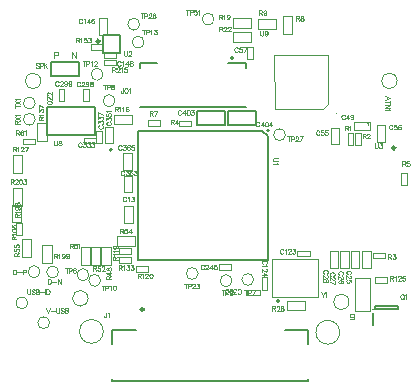
<source format=gbr>
G04*
G04 #@! TF.GenerationSoftware,Altium Limited,Altium Designer,24.6.1 (21)*
G04*
G04 Layer_Color=65535*
%FSLAX44Y44*%
%MOMM*%
G71*
G04*
G04 #@! TF.SameCoordinates,46D9000B-954F-446C-B998-76B77EA3697B*
G04*
G04*
G04 #@! TF.FilePolarity,Positive*
G04*
G01*
G75*
%ADD10C,0.1016*%
%ADD11C,0.2000*%
%ADD12C,0.2500*%
%ADD13C,0.1270*%
%ADD14C,0.0254*%
%ADD15C,0.0508*%
%ADD16C,0.0600*%
%ADD17C,0.1500*%
%ADD18C,0.1000*%
%ADD19C,0.0400*%
%ADD20C,0.0800*%
D10*
X89338Y189992D02*
G03*
X89338Y189992I-5010J0D01*
G01*
X113976Y239522D02*
G03*
X113976Y239522I-5010J0D01*
G01*
X110166Y254762D02*
G03*
X110166Y254762I-5010J0D01*
G01*
X173158Y259080D02*
G03*
X173158Y259080I-5010J0D01*
G01*
X233610Y161290D02*
G03*
X233610Y161290I-5010J0D01*
G01*
X206686Y38608D02*
G03*
X206686Y38608I-5010J0D01*
G01*
X188398Y37592D02*
G03*
X188398Y37592I-5010J0D01*
G01*
X41586Y44958D02*
G03*
X41586Y44958I-5010J0D01*
G01*
X33966Y2032D02*
G03*
X33966Y2032I-5010J0D01*
G01*
X15424Y18796D02*
G03*
X15424Y18796I-5010J0D01*
G01*
X25838Y45212D02*
G03*
X25838Y45212I-5010J0D01*
G01*
X67240Y42672D02*
G03*
X67240Y42672I-5010J0D01*
G01*
X77146Y37846D02*
G03*
X77146Y37846I-5010J0D01*
G01*
X79178Y212344D02*
G03*
X79178Y212344I-5010J0D01*
G01*
X159696Y43688D02*
G03*
X159696Y43688I-5010J0D01*
G01*
X21774Y187960D02*
G03*
X21774Y187960I-5010J0D01*
G01*
Y174244D02*
G03*
X21774Y174244I-5010J0D01*
G01*
X224589Y183266D02*
X226818D01*
D11*
X228308Y20378D02*
G03*
X228308Y20378I-1000J0D01*
G01*
X86594Y148482D02*
G03*
X86594Y148482I-1000J0D01*
G01*
X189384Y226266D02*
G03*
X189384Y226266I-1000J0D01*
G01*
X219670Y164742D02*
G03*
X219670Y164742I-1000J0D01*
G01*
X303784Y169564D02*
G03*
X303784Y170564I0J500D01*
G01*
D02*
G03*
X303784Y169564I0J-500D01*
G01*
D02*
G03*
X303784Y170564I0J500D01*
G01*
X78892Y245720D02*
X93892D01*
Y230720D02*
Y245720D01*
X78892Y230720D02*
X93892D01*
X78892D02*
Y245720D01*
X307528Y486D02*
Y10486D01*
X309278Y13986D02*
X329278D01*
Y15986D01*
X309278D02*
X329278D01*
X309278Y13986D02*
Y15986D01*
X86966Y-47738D02*
Y-45738D01*
Y-15738D02*
Y-3738D01*
X106966D01*
X252965Y-15738D02*
Y-3738D01*
X86965Y-47738D02*
X252966D01*
X232966Y-3738D02*
X252965D01*
Y-47738D02*
Y-45738D01*
X213670Y164742D02*
X218670Y159742D01*
X108670Y164742D02*
X213670D01*
X108670Y54742D02*
Y164742D01*
Y54742D02*
X218670D01*
Y159742D01*
D12*
X76142Y240470D02*
G03*
X76142Y240470I-1250J0D01*
G01*
X113716Y13262D02*
G03*
X113716Y13262I-1250J0D01*
G01*
X326694Y150050D02*
G03*
X326694Y150050I-1250J0D01*
G01*
D13*
X307908Y13462D02*
G03*
X307908Y13462I-568J0D01*
G01*
X185074Y221766D02*
X200074D01*
Y217266D02*
Y221766D01*
X110074D02*
X125074D01*
X110074Y217266D02*
Y221766D01*
Y184766D02*
X200074D01*
D14*
X287491Y19628D02*
G03*
X287491Y19628I-6604J0D01*
G01*
X66511Y22676D02*
G03*
X66511Y22676I-6604J0D01*
G01*
X328182Y206745D02*
G03*
X328182Y206745I-6604J0D01*
G01*
X26416Y206756D02*
G03*
X26416Y206756I-6604J0D01*
G01*
D15*
X79390Y-5334D02*
G03*
X79390Y-5334I-10048J0D01*
G01*
X279542Y-6096D02*
G03*
X279542Y-6096I-10048J0D01*
G01*
D16*
X46342Y189618D02*
Y200018D01*
X41542Y189618D02*
X46342D01*
X41542D02*
Y200018D01*
X46342D01*
X67170Y189364D02*
Y199764D01*
X62370Y189364D02*
X67170D01*
X62370D02*
Y199764D01*
X67170D01*
X78346Y154312D02*
Y164712D01*
X73546Y154312D02*
X78346D01*
X73546D02*
Y164712D01*
X78346D01*
X62872Y158610D02*
X73272D01*
Y153810D02*
Y158610D01*
X62872Y153810D02*
X73272D01*
X62872D02*
Y158610D01*
X79922Y226168D02*
X90322D01*
X79922D02*
Y230968D01*
X90322D01*
Y226168D02*
Y230968D01*
X201308Y235324D02*
X206108D01*
X201308Y224924D02*
Y235324D01*
Y224924D02*
X206108D01*
Y235324D01*
X243720Y63106D02*
X254120D01*
Y58306D02*
Y63106D01*
X243720Y58306D02*
X254120D01*
X243720D02*
Y63106D01*
X213500Y30106D02*
Y40506D01*
X218300D01*
Y30106D02*
Y40506D01*
X213500Y30106D02*
X218300D01*
X201302Y25286D02*
X211702D01*
X201302D02*
Y30086D01*
X211702D01*
Y25286D02*
Y30086D01*
X177426Y46876D02*
X187826D01*
X177426D02*
Y51676D01*
X187826D01*
Y46876D02*
Y51676D01*
D17*
X34840Y211170D02*
Y223170D01*
X58840D01*
Y211170D02*
Y223170D01*
X34840Y211170D02*
X58840D01*
X158434Y169514D02*
X182434D01*
Y181514D01*
X158434D02*
X182434D01*
X158434Y169514D02*
Y181514D01*
X184850D02*
X208850D01*
X184850Y169514D02*
Y181514D01*
Y169514D02*
X208850D01*
Y181514D01*
X72724Y160666D02*
Y184266D01*
X32124Y160666D02*
X72724D01*
X32124D02*
Y184266D01*
X72724D01*
D18*
X222008Y56078D02*
X261608D01*
Y23478D02*
Y56078D01*
X222008Y23478D02*
X261608D01*
X222008D02*
Y56078D01*
X88666Y178244D02*
X103866D01*
Y170244D02*
Y178244D01*
X88666Y170244D02*
Y178244D01*
Y170244D02*
X103866D01*
X23686Y155722D02*
Y170922D01*
X31686D01*
X23686Y155722D02*
X31686D01*
Y170922D01*
X10858Y128544D02*
Y143744D01*
X2858Y128544D02*
X10858D01*
X2858Y143744D02*
X10858D01*
X2858Y128544D02*
Y143744D01*
X90952Y75120D02*
X106152D01*
Y67120D02*
Y75120D01*
X90952Y67120D02*
Y75120D01*
Y67120D02*
X106152D01*
X18478Y57678D02*
Y72878D01*
X10478Y57678D02*
X18478D01*
X10478Y72878D02*
X18478D01*
X10478Y57678D02*
Y72878D01*
X239204Y246400D02*
Y261600D01*
X231204Y246400D02*
X239204D01*
X231204Y261600D02*
X239204D01*
X231204Y246400D02*
Y261600D01*
X210586Y259016D02*
X225786D01*
Y251016D02*
Y259016D01*
X210586Y251016D02*
Y259016D01*
Y251016D02*
X225786D01*
X188996Y239840D02*
X204196D01*
X188996D02*
Y247840D01*
X204196Y239840D02*
Y247840D01*
X188996D02*
X204196D01*
X235224Y20764D02*
X250424D01*
Y12764D02*
Y20764D01*
X235224Y12764D02*
Y20764D01*
Y12764D02*
X250424D01*
X76644Y50820D02*
Y66020D01*
X68644Y50820D02*
X76644D01*
X68644Y66020D02*
X76644D01*
X68644Y50820D02*
Y66020D01*
X68516Y50820D02*
Y66020D01*
X60516Y50820D02*
X68516D01*
X60516Y66020D02*
X68516D01*
X60516Y50820D02*
Y66020D01*
X35750Y52344D02*
Y67544D01*
X27750Y52344D02*
X35750D01*
X27750Y67544D02*
X35750D01*
X27750Y52344D02*
Y67544D01*
X2858Y100858D02*
Y116058D01*
X10858D01*
X2858Y100858D02*
X10858D01*
Y116058D01*
X1842Y86888D02*
Y102088D01*
X9842D01*
X1842Y86888D02*
X9842D01*
Y102088D01*
X85534Y50820D02*
Y66020D01*
X77534Y50820D02*
X85534D01*
X77534Y66020D02*
X85534D01*
X77534Y50820D02*
Y66020D01*
X269354Y228346D02*
X269425Y187452D01*
X224267Y228347D02*
X224467Y183388D01*
X224267Y228347D02*
X269425Y228346D01*
X226818Y183266D02*
X265107Y183134D01*
X269359Y187386D01*
X292608Y12192D02*
Y40132D01*
Y12192D02*
X305308D01*
Y40132D01*
X292608D02*
X305308D01*
X189250Y251778D02*
X204450D01*
X189250D02*
Y259778D01*
X204450Y251778D02*
Y259778D01*
X189250D02*
X204450D01*
X52944Y231297D02*
Y226298D01*
Y231297D02*
X56276Y226298D01*
Y231297D02*
Y226298D01*
X37958Y228424D02*
X40100D01*
X40814Y228662D01*
X41052Y228901D01*
X41290Y229377D01*
Y230091D01*
X41052Y230567D01*
X40814Y230805D01*
X40100Y231043D01*
X37958D01*
Y226044D01*
X276616Y179467D02*
X276807Y179658D01*
X276616Y179848D01*
X276426Y179658D01*
X276616Y179467D01*
X24950Y221138D02*
X24569Y221519D01*
X23998Y221710D01*
X23236D01*
X22665Y221519D01*
X22284Y221138D01*
Y220757D01*
X22474Y220376D01*
X22665Y220186D01*
X23046Y219996D01*
X24188Y219615D01*
X24569Y219424D01*
X24760Y219234D01*
X24950Y218853D01*
Y218282D01*
X24569Y217901D01*
X23998Y217710D01*
X23236D01*
X22665Y217901D01*
X22284Y218282D01*
X25845Y219615D02*
X27559D01*
X28130Y219805D01*
X28321Y219996D01*
X28511Y220376D01*
Y220948D01*
X28321Y221329D01*
X28130Y221519D01*
X27559Y221710D01*
X25845D01*
Y217710D01*
X29406Y221710D02*
Y217710D01*
X32072Y221710D02*
X29406Y219044D01*
X30358Y219996D02*
X32072Y217710D01*
X82004Y10636D02*
Y7589D01*
X81813Y7017D01*
X81623Y6827D01*
X81242Y6636D01*
X80861D01*
X80480Y6827D01*
X80290Y7017D01*
X80100Y7589D01*
Y7969D01*
X83032Y9874D02*
X83413Y10064D01*
X83984Y10636D01*
Y6636D01*
X96858Y231870D02*
Y229013D01*
X97048Y228442D01*
X97429Y228061D01*
X98000Y227870D01*
X98381D01*
X98953Y228061D01*
X99333Y228442D01*
X99524Y229013D01*
Y231870D01*
X100819Y230917D02*
Y231108D01*
X101009Y231489D01*
X101200Y231679D01*
X101580Y231870D01*
X102342D01*
X102723Y231679D01*
X102914Y231489D01*
X103104Y231108D01*
Y230727D01*
X102914Y230346D01*
X102533Y229775D01*
X100628Y227870D01*
X103294D01*
X332178Y26066D02*
X331798Y25876D01*
X331417Y25495D01*
X331226Y25114D01*
X331036Y24543D01*
Y23590D01*
X331226Y23019D01*
X331417Y22638D01*
X331798Y22257D01*
X332178Y22067D01*
X332940D01*
X333321Y22257D01*
X333702Y22638D01*
X333892Y23019D01*
X334083Y23590D01*
Y24543D01*
X333892Y25114D01*
X333702Y25495D01*
X333321Y25876D01*
X332940Y26066D01*
X332178D01*
X332750Y22829D02*
X333892Y21686D01*
X335016Y25304D02*
X335397Y25495D01*
X335968Y26066D01*
Y22067D01*
X150665Y266922D02*
Y262922D01*
X149332Y266922D02*
X151998D01*
X152474Y264827D02*
X154188D01*
X154759Y265017D01*
X154950Y265208D01*
X155140Y265588D01*
Y266160D01*
X154950Y266541D01*
X154759Y266731D01*
X154188Y266922D01*
X152474D01*
Y262922D01*
X158320Y266922D02*
X156416D01*
X156225Y265208D01*
X156416Y265398D01*
X156987Y265588D01*
X157558D01*
X158130Y265398D01*
X158511Y265017D01*
X158701Y264446D01*
Y264065D01*
X158511Y263494D01*
X158130Y263113D01*
X157558Y262922D01*
X156987D01*
X156416Y263113D01*
X156225Y263303D01*
X156035Y263684D01*
X159596Y266160D02*
X159977Y266350D01*
X160548Y266922D01*
Y262922D01*
X236676Y159734D02*
Y155734D01*
X235343Y159734D02*
X238009D01*
X238485Y157639D02*
X240199D01*
X240770Y157829D01*
X240961Y158020D01*
X241151Y158400D01*
Y158972D01*
X240961Y159353D01*
X240770Y159543D01*
X240199Y159734D01*
X238485D01*
Y155734D01*
X242236Y158781D02*
Y158972D01*
X242427Y159353D01*
X242617Y159543D01*
X242998Y159734D01*
X243760D01*
X244141Y159543D01*
X244331Y159353D01*
X244522Y158972D01*
Y158591D01*
X244331Y158210D01*
X243950Y157639D01*
X242046Y155734D01*
X244712D01*
X248273Y159734D02*
X246369Y155734D01*
X245607Y159734D02*
X248273D01*
X112311Y263874D02*
Y259874D01*
X110978Y263874D02*
X113644D01*
X114120Y261779D02*
X115834D01*
X116405Y261969D01*
X116596Y262160D01*
X116786Y262540D01*
Y263112D01*
X116596Y263493D01*
X116405Y263683D01*
X115834Y263874D01*
X114120D01*
Y259874D01*
X117872Y262921D02*
Y263112D01*
X118062Y263493D01*
X118253Y263683D01*
X118633Y263874D01*
X119395D01*
X119776Y263683D01*
X119966Y263493D01*
X120157Y263112D01*
Y262731D01*
X119966Y262350D01*
X119586Y261779D01*
X117681Y259874D01*
X120347D01*
X123528Y263302D02*
X123337Y263683D01*
X122766Y263874D01*
X122385D01*
X121814Y263683D01*
X121433Y263112D01*
X121242Y262160D01*
Y261208D01*
X121433Y260446D01*
X121814Y260065D01*
X122385Y259874D01*
X122575D01*
X123147Y260065D01*
X123528Y260446D01*
X123718Y261017D01*
Y261208D01*
X123528Y261779D01*
X123147Y262160D01*
X122575Y262350D01*
X122385D01*
X121814Y262160D01*
X121433Y261779D01*
X121242Y261208D01*
X149046Y35020D02*
Y31020D01*
X147713Y35020D02*
X150379D01*
X150855Y32925D02*
X152569D01*
X153140Y33115D01*
X153331Y33306D01*
X153521Y33686D01*
Y34258D01*
X153331Y34639D01*
X153140Y34829D01*
X152569Y35020D01*
X150855D01*
Y31020D01*
X154607Y34067D02*
Y34258D01*
X154797Y34639D01*
X154987Y34829D01*
X155368Y35020D01*
X156130D01*
X156511Y34829D01*
X156701Y34639D01*
X156892Y34258D01*
Y33877D01*
X156701Y33496D01*
X156320Y32925D01*
X154416Y31020D01*
X157082D01*
X158358Y35020D02*
X160453D01*
X159310Y33496D01*
X159881D01*
X160262Y33306D01*
X160453Y33115D01*
X160643Y32544D01*
Y32163D01*
X160453Y31592D01*
X160072Y31211D01*
X159501Y31020D01*
X158929D01*
X158358Y31211D01*
X158168Y31401D01*
X157977Y31782D01*
X113800Y250158D02*
Y246158D01*
X112467Y250158D02*
X115133D01*
X115609Y248063D02*
X117323D01*
X117894Y248253D01*
X118085Y248444D01*
X118275Y248825D01*
Y249396D01*
X118085Y249777D01*
X117894Y249967D01*
X117323Y250158D01*
X115609D01*
Y246158D01*
X119170Y249396D02*
X119551Y249586D01*
X120122Y250158D01*
Y246158D01*
X122484Y250158D02*
X124579D01*
X123436Y248634D01*
X124007D01*
X124388Y248444D01*
X124579Y248253D01*
X124769Y247682D01*
Y247301D01*
X124579Y246730D01*
X124198Y246349D01*
X123626Y246158D01*
X123055D01*
X122484Y246349D01*
X122293Y246539D01*
X122103Y246920D01*
X63254Y223488D02*
Y219488D01*
X61921Y223488D02*
X64587D01*
X65063Y221393D02*
X66777D01*
X67348Y221583D01*
X67539Y221774D01*
X67729Y222155D01*
Y222726D01*
X67539Y223107D01*
X67348Y223297D01*
X66777Y223488D01*
X65063D01*
Y219488D01*
X68624Y222726D02*
X69005Y222916D01*
X69576Y223488D01*
Y219488D01*
X71747Y222535D02*
Y222726D01*
X71938Y223107D01*
X72128Y223297D01*
X72509Y223488D01*
X73271D01*
X73652Y223297D01*
X73842Y223107D01*
X74033Y222726D01*
Y222345D01*
X73842Y221964D01*
X73461Y221393D01*
X71557Y219488D01*
X74223D01*
X79256Y33496D02*
Y29496D01*
X77923Y33496D02*
X80589D01*
X81065Y31401D02*
X82779D01*
X83350Y31591D01*
X83541Y31782D01*
X83731Y32162D01*
Y32734D01*
X83541Y33115D01*
X83350Y33305D01*
X82779Y33496D01*
X81065D01*
Y29496D01*
X84626Y32734D02*
X85007Y32924D01*
X85578Y33496D01*
Y29496D01*
X88702Y33496D02*
X88130Y33305D01*
X87749Y32734D01*
X87559Y31782D01*
Y31210D01*
X87749Y30258D01*
X88130Y29687D01*
X88702Y29496D01*
X89082D01*
X89654Y29687D01*
X90035Y30258D01*
X90225Y31210D01*
Y31782D01*
X90035Y32734D01*
X89654Y33305D01*
X89082Y33496D01*
X88702D01*
X180894Y29686D02*
Y25686D01*
X179561Y29686D02*
X182227D01*
X182703Y27591D02*
X184417D01*
X184988Y27781D01*
X185178Y27972D01*
X185369Y28352D01*
Y28924D01*
X185178Y29305D01*
X184988Y29495D01*
X184417Y29686D01*
X182703D01*
Y25686D01*
X188739Y28352D02*
X188549Y27781D01*
X188168Y27400D01*
X187597Y27210D01*
X187407D01*
X186835Y27400D01*
X186454Y27781D01*
X186264Y28352D01*
Y28543D01*
X186454Y29114D01*
X186835Y29495D01*
X187407Y29686D01*
X187597D01*
X188168Y29495D01*
X188549Y29114D01*
X188739Y28352D01*
Y27400D01*
X188549Y26448D01*
X188168Y25877D01*
X187597Y25686D01*
X187216D01*
X186645Y25877D01*
X186454Y26258D01*
X80468Y203676D02*
Y199676D01*
X79135Y203676D02*
X81801D01*
X82277Y201581D02*
X83991D01*
X84563Y201771D01*
X84753Y201962D01*
X84944Y202342D01*
Y202914D01*
X84753Y203295D01*
X84563Y203485D01*
X83991Y203676D01*
X82277D01*
Y199676D01*
X86791Y203676D02*
X86220Y203485D01*
X86029Y203104D01*
Y202723D01*
X86220Y202342D01*
X86600Y202152D01*
X87362Y201962D01*
X87933Y201771D01*
X88314Y201390D01*
X88505Y201010D01*
Y200438D01*
X88314Y200057D01*
X88124Y199867D01*
X87552Y199676D01*
X86791D01*
X86220Y199867D01*
X86029Y200057D01*
X85839Y200438D01*
Y201010D01*
X86029Y201390D01*
X86410Y201771D01*
X86981Y201962D01*
X87743Y202152D01*
X88124Y202342D01*
X88314Y202723D01*
Y203104D01*
X88124Y203485D01*
X87552Y203676D01*
X86791D01*
X200102Y29686D02*
Y25686D01*
X198769Y29686D02*
X201435D01*
X201912Y27591D02*
X203625D01*
X204197Y27781D01*
X204387Y27972D01*
X204578Y28352D01*
Y28924D01*
X204387Y29305D01*
X204197Y29495D01*
X203625Y29686D01*
X201912D01*
Y25686D01*
X208139Y29686D02*
X206234Y25686D01*
X205473Y29686D02*
X208139D01*
X48306Y48228D02*
Y44228D01*
X46972Y48228D02*
X49639D01*
X50115Y46133D02*
X51829D01*
X52400Y46323D01*
X52590Y46514D01*
X52781Y46894D01*
Y47466D01*
X52590Y47847D01*
X52400Y48037D01*
X51829Y48228D01*
X50115D01*
Y44228D01*
X55961Y47656D02*
X55771Y48037D01*
X55199Y48228D01*
X54819D01*
X54247Y48037D01*
X53866Y47466D01*
X53676Y46514D01*
Y45561D01*
X53866Y44800D01*
X54247Y44419D01*
X54819Y44228D01*
X55009D01*
X55580Y44419D01*
X55961Y44800D01*
X56151Y45371D01*
Y45561D01*
X55961Y46133D01*
X55580Y46514D01*
X55009Y46704D01*
X54819D01*
X54247Y46514D01*
X53866Y46133D01*
X53676Y45561D01*
X945Y123412D02*
Y119412D01*
Y123412D02*
X2659D01*
X3230Y123221D01*
X3421Y123031D01*
X3611Y122650D01*
Y122269D01*
X3421Y121888D01*
X3230Y121698D01*
X2659Y121507D01*
X945D01*
X2278D02*
X3611Y119412D01*
X4697Y122459D02*
Y122650D01*
X4887Y123031D01*
X5078Y123221D01*
X5459Y123412D01*
X6220D01*
X6601Y123221D01*
X6792Y123031D01*
X6982Y122650D01*
Y122269D01*
X6792Y121888D01*
X6411Y121317D01*
X4506Y119412D01*
X7172D01*
X9210Y123412D02*
X8639Y123221D01*
X8258Y122650D01*
X8067Y121698D01*
Y121126D01*
X8258Y120174D01*
X8639Y119603D01*
X9210Y119412D01*
X9591D01*
X10162Y119603D01*
X10543Y120174D01*
X10734Y121126D01*
Y121698D01*
X10543Y122650D01*
X10162Y123221D01*
X9591Y123412D01*
X9210D01*
X12010D02*
X14104D01*
X12962Y121888D01*
X13533D01*
X13914Y121698D01*
X14104Y121507D01*
X14295Y120936D01*
Y120555D01*
X14104Y119984D01*
X13723Y119603D01*
X13152Y119412D01*
X12581D01*
X12010Y119603D01*
X11819Y119793D01*
X11629Y120174D01*
X37677Y60420D02*
Y56420D01*
Y60420D02*
X39391D01*
X39962Y60229D01*
X40152Y60039D01*
X40343Y59658D01*
Y59277D01*
X40152Y58896D01*
X39962Y58706D01*
X39391Y58515D01*
X37677D01*
X39010D02*
X40343Y56420D01*
X41238Y59658D02*
X41619Y59848D01*
X42190Y60420D01*
Y56420D01*
X46646Y59086D02*
X46456Y58515D01*
X46075Y58134D01*
X45504Y57944D01*
X45313D01*
X44742Y58134D01*
X44361Y58515D01*
X44170Y59086D01*
Y59277D01*
X44361Y59848D01*
X44742Y60229D01*
X45313Y60420D01*
X45504D01*
X46075Y60229D01*
X46456Y59848D01*
X46646Y59086D01*
Y58134D01*
X46456Y57182D01*
X46075Y56611D01*
X45504Y56420D01*
X45123D01*
X44551Y56611D01*
X44361Y56992D01*
X50207Y59086D02*
X50017Y58515D01*
X49636Y58134D01*
X49065Y57944D01*
X48874D01*
X48303Y58134D01*
X47922Y58515D01*
X47732Y59086D01*
Y59277D01*
X47922Y59848D01*
X48303Y60229D01*
X48874Y60420D01*
X49065D01*
X49636Y60229D01*
X50017Y59848D01*
X50207Y59086D01*
Y58134D01*
X50017Y57182D01*
X49636Y56611D01*
X49065Y56420D01*
X48684D01*
X48113Y56611D01*
X47922Y56992D01*
X4604Y91175D02*
X8604D01*
X4604D02*
Y92889D01*
X4795Y93461D01*
X4985Y93651D01*
X5366Y93841D01*
X5747D01*
X6128Y93651D01*
X6318Y93461D01*
X6509Y92889D01*
Y91175D01*
Y92508D02*
X8604Y93841D01*
X5366Y94737D02*
X5176Y95118D01*
X4604Y95689D01*
X8604D01*
X5938Y100145D02*
X6509Y99955D01*
X6890Y99574D01*
X7080Y99002D01*
Y98812D01*
X6890Y98241D01*
X6509Y97860D01*
X5938Y97669D01*
X5747D01*
X5176Y97860D01*
X4795Y98241D01*
X4604Y98812D01*
Y99002D01*
X4795Y99574D01*
X5176Y99955D01*
X5938Y100145D01*
X6890D01*
X7842Y99955D01*
X8413Y99574D01*
X8604Y99002D01*
Y98622D01*
X8413Y98050D01*
X8032Y97860D01*
X4604Y102183D02*
X4795Y101611D01*
X5176Y101421D01*
X5557D01*
X5938Y101611D01*
X6128Y101992D01*
X6318Y102754D01*
X6509Y103325D01*
X6890Y103706D01*
X7271Y103897D01*
X7842D01*
X8223Y103706D01*
X8413Y103516D01*
X8604Y102944D01*
Y102183D01*
X8413Y101611D01*
X8223Y101421D01*
X7842Y101230D01*
X7271D01*
X6890Y101421D01*
X6509Y101802D01*
X6318Y102373D01*
X6128Y103135D01*
X5938Y103516D01*
X5557Y103706D01*
X5176D01*
X4795Y103516D01*
X4604Y102944D01*
Y102183D01*
X24670Y173725D02*
X28670D01*
X24670D02*
Y175439D01*
X24861Y176011D01*
X25051Y176201D01*
X25432Y176392D01*
X25813D01*
X26194Y176201D01*
X26384Y176011D01*
X26575Y175439D01*
Y173725D01*
Y175058D02*
X28670Y176392D01*
X25432Y177287D02*
X25242Y177668D01*
X24670Y178239D01*
X28670D01*
X24670Y180600D02*
Y182695D01*
X26194Y181552D01*
Y182124D01*
X26384Y182505D01*
X26575Y182695D01*
X27146Y182885D01*
X27527D01*
X28098Y182695D01*
X28479Y182314D01*
X28670Y181743D01*
Y181171D01*
X28479Y180600D01*
X28289Y180410D01*
X27908Y180219D01*
X24670Y186446D02*
X28670Y184542D01*
X24670Y183780D02*
Y186446D01*
X3038Y151098D02*
Y147098D01*
Y151098D02*
X4751D01*
X5323Y150907D01*
X5513Y150717D01*
X5704Y150336D01*
Y149955D01*
X5513Y149574D01*
X5323Y149384D01*
X4751Y149193D01*
X3038D01*
X4371D02*
X5704Y147098D01*
X6599Y150336D02*
X6980Y150526D01*
X7551Y151098D01*
Y147098D01*
X9722Y150145D02*
Y150336D01*
X9912Y150717D01*
X10103Y150907D01*
X10483Y151098D01*
X11245D01*
X11626Y150907D01*
X11817Y150717D01*
X12007Y150336D01*
Y149955D01*
X11817Y149574D01*
X11436Y149003D01*
X9531Y147098D01*
X12197D01*
X15759Y151098D02*
X13854Y147098D01*
X13092Y151098D02*
X15759D01*
X4096Y58606D02*
X8095D01*
X4096D02*
Y60320D01*
X4287Y60891D01*
X4477Y61082D01*
X4858Y61272D01*
X5239D01*
X5620Y61082D01*
X5810Y60891D01*
X6001Y60320D01*
Y58606D01*
Y59939D02*
X8095Y61272D01*
X4096Y64452D02*
Y62548D01*
X5810Y62357D01*
X5620Y62548D01*
X5429Y63119D01*
Y63690D01*
X5620Y64262D01*
X6001Y64643D01*
X6572Y64833D01*
X6953D01*
X7524Y64643D01*
X7905Y64262D01*
X8095Y63690D01*
Y63119D01*
X7905Y62548D01*
X7715Y62357D01*
X7334Y62167D01*
X4096Y68013D02*
Y66109D01*
X5810Y65918D01*
X5620Y66109D01*
X5429Y66680D01*
Y67252D01*
X5620Y67823D01*
X6001Y68204D01*
X6572Y68394D01*
X6953D01*
X7524Y68204D01*
X7905Y67823D01*
X8095Y67252D01*
Y66680D01*
X7905Y66109D01*
X7715Y65918D01*
X7334Y65728D01*
X93563Y81756D02*
Y77756D01*
Y81756D02*
X95276D01*
X95848Y81565D01*
X96038Y81375D01*
X96229Y80994D01*
Y80613D01*
X96038Y80232D01*
X95848Y80042D01*
X95276Y79851D01*
X93563D01*
X94896D02*
X96229Y77756D01*
X99409Y81756D02*
X97505D01*
X97314Y80042D01*
X97505Y80232D01*
X98076Y80422D01*
X98647D01*
X99219Y80232D01*
X99599Y79851D01*
X99790Y79280D01*
Y78899D01*
X99599Y78328D01*
X99219Y77947D01*
X98647Y77756D01*
X98076D01*
X97505Y77947D01*
X97314Y78137D01*
X97124Y78518D01*
X102589Y81756D02*
X100685Y79089D01*
X103541D01*
X102589Y81756D02*
Y77756D01*
X70798Y50006D02*
Y46006D01*
Y50006D02*
X72512D01*
X73083Y49815D01*
X73274Y49625D01*
X73464Y49244D01*
Y48863D01*
X73274Y48482D01*
X73083Y48292D01*
X72512Y48101D01*
X70798D01*
X72131D02*
X73464Y46006D01*
X76644Y50006D02*
X74740D01*
X74549Y48292D01*
X74740Y48482D01*
X75311Y48672D01*
X75882D01*
X76454Y48482D01*
X76835Y48101D01*
X77025Y47530D01*
Y47149D01*
X76835Y46578D01*
X76454Y46197D01*
X75882Y46006D01*
X75311D01*
X74740Y46197D01*
X74549Y46387D01*
X74359Y46768D01*
X78110Y49053D02*
Y49244D01*
X78301Y49625D01*
X78491Y49815D01*
X78872Y50006D01*
X79634D01*
X80015Y49815D01*
X80205Y49625D01*
X80396Y49244D01*
Y48863D01*
X80205Y48482D01*
X79824Y47911D01*
X77920Y46006D01*
X80586D01*
X51081Y69056D02*
Y65056D01*
Y69056D02*
X52795D01*
X53366Y68865D01*
X53556Y68675D01*
X53747Y68294D01*
Y67913D01*
X53556Y67532D01*
X53366Y67342D01*
X52795Y67151D01*
X51081D01*
X52414D02*
X53747Y65056D01*
X56927Y69056D02*
X55023D01*
X54832Y67342D01*
X55023Y67532D01*
X55594Y67723D01*
X56165D01*
X56737Y67532D01*
X57118Y67151D01*
X57308Y66580D01*
Y66199D01*
X57118Y65628D01*
X56737Y65247D01*
X56165Y65056D01*
X55594D01*
X55023Y65247D01*
X54832Y65437D01*
X54642Y65818D01*
X58203Y68294D02*
X58584Y68484D01*
X59155Y69056D01*
Y65056D01*
X82074Y39048D02*
X86074D01*
X82074D02*
Y40762D01*
X82265Y41333D01*
X82455Y41523D01*
X82836Y41714D01*
X83217D01*
X83598Y41523D01*
X83788Y41333D01*
X83979Y40762D01*
Y39048D01*
Y40381D02*
X86074Y41714D01*
X82074Y44513D02*
X84740Y42609D01*
Y45465D01*
X82074Y44513D02*
X86074D01*
X82074Y47122D02*
X82265Y46551D01*
X82646Y46361D01*
X83027D01*
X83407Y46551D01*
X83598Y46932D01*
X83788Y47694D01*
X83979Y48265D01*
X84360Y48646D01*
X84740Y48836D01*
X85312D01*
X85693Y48646D01*
X85883Y48455D01*
X86074Y47884D01*
Y47122D01*
X85883Y46551D01*
X85693Y46361D01*
X85312Y46170D01*
X84740D01*
X84360Y46361D01*
X83979Y46741D01*
X83788Y47313D01*
X83598Y48074D01*
X83407Y48455D01*
X83027Y48646D01*
X82646D01*
X82265Y48455D01*
X82074Y47884D01*
Y47122D01*
X222531Y15970D02*
Y11970D01*
Y15970D02*
X224245D01*
X224816Y15779D01*
X225007Y15589D01*
X225197Y15208D01*
Y14827D01*
X225007Y14446D01*
X224816Y14256D01*
X224245Y14065D01*
X222531D01*
X223864D02*
X225197Y11970D01*
X226283Y15017D02*
Y15208D01*
X226473Y15589D01*
X226663Y15779D01*
X227044Y15970D01*
X227806D01*
X228187Y15779D01*
X228377Y15589D01*
X228568Y15208D01*
Y14827D01*
X228377Y14446D01*
X227997Y13875D01*
X226092Y11970D01*
X228758D01*
X231938Y15398D02*
X231748Y15779D01*
X231177Y15970D01*
X230796D01*
X230225Y15779D01*
X229844Y15208D01*
X229653Y14256D01*
Y13304D01*
X229844Y12542D01*
X230225Y12161D01*
X230796Y11970D01*
X230986D01*
X231558Y12161D01*
X231938Y12542D01*
X232129Y13113D01*
Y13304D01*
X231938Y13875D01*
X231558Y14256D01*
X230986Y14446D01*
X230796D01*
X230225Y14256D01*
X229844Y13875D01*
X229653Y13304D01*
X98905Y107727D02*
X98715Y108108D01*
X98334Y108489D01*
X97953Y108680D01*
X97191D01*
X96810Y108489D01*
X96429Y108108D01*
X96239Y107727D01*
X96049Y107156D01*
Y106204D01*
X96239Y105633D01*
X96429Y105252D01*
X96810Y104871D01*
X97191Y104680D01*
X97953D01*
X98334Y104871D01*
X98715Y105252D01*
X98905Y105633D01*
X100029Y107918D02*
X100409Y108108D01*
X100981Y108680D01*
Y104680D01*
X103342Y108680D02*
X105437D01*
X104294Y107156D01*
X104866D01*
X105247Y106966D01*
X105437Y106775D01*
X105627Y106204D01*
Y105823D01*
X105437Y105252D01*
X105056Y104871D01*
X104485Y104680D01*
X103913D01*
X103342Y104871D01*
X103152Y105061D01*
X102961Y105442D01*
X283852Y177323D02*
X283662Y177704D01*
X283281Y178085D01*
X282900Y178276D01*
X282138D01*
X281757Y178085D01*
X281376Y177704D01*
X281186Y177323D01*
X280996Y176752D01*
Y175800D01*
X281186Y175229D01*
X281376Y174848D01*
X281757Y174467D01*
X282138Y174276D01*
X282900D01*
X283281Y174467D01*
X283662Y174848D01*
X283852Y175229D01*
X286880Y178276D02*
X284976Y175609D01*
X287832D01*
X286880Y178276D02*
Y174276D01*
X291012Y176943D02*
X290822Y176371D01*
X290441Y175990D01*
X289870Y175800D01*
X289679D01*
X289108Y175990D01*
X288727Y176371D01*
X288537Y176943D01*
Y177133D01*
X288727Y177704D01*
X289108Y178085D01*
X289679Y178276D01*
X289870D01*
X290441Y178085D01*
X290822Y177704D01*
X291012Y176943D01*
Y175990D01*
X290822Y175038D01*
X290441Y174467D01*
X289870Y174276D01*
X289489D01*
X288918Y174467D01*
X288727Y174848D01*
X262421Y163861D02*
X262230Y164242D01*
X261850Y164623D01*
X261469Y164814D01*
X260707D01*
X260326Y164623D01*
X259945Y164242D01*
X259755Y163861D01*
X259564Y163290D01*
Y162338D01*
X259755Y161767D01*
X259945Y161386D01*
X260326Y161005D01*
X260707Y160814D01*
X261469D01*
X261850Y161005D01*
X262230Y161386D01*
X262421Y161767D01*
X265830Y164814D02*
X263925D01*
X263735Y163100D01*
X263925Y163290D01*
X264497Y163480D01*
X265068D01*
X265639Y163290D01*
X266020Y162909D01*
X266210Y162338D01*
Y161957D01*
X266020Y161386D01*
X265639Y161005D01*
X265068Y160814D01*
X264497D01*
X263925Y161005D01*
X263735Y161195D01*
X263545Y161576D01*
X269391Y164814D02*
X267486D01*
X267296Y163100D01*
X267486Y163290D01*
X268058Y163480D01*
X268629D01*
X269200Y163290D01*
X269581Y162909D01*
X269772Y162338D01*
Y161957D01*
X269581Y161386D01*
X269200Y161005D01*
X268629Y160814D01*
X268058D01*
X267486Y161005D01*
X267296Y161195D01*
X267106Y161576D01*
X324238Y168687D02*
X324048Y169068D01*
X323667Y169449D01*
X323286Y169640D01*
X322524D01*
X322143Y169449D01*
X321762Y169068D01*
X321572Y168687D01*
X321382Y168116D01*
Y167164D01*
X321572Y166593D01*
X321762Y166212D01*
X322143Y165831D01*
X322524Y165640D01*
X323286D01*
X323667Y165831D01*
X324048Y166212D01*
X324238Y166593D01*
X327647Y169640D02*
X325742D01*
X325552Y167926D01*
X325742Y168116D01*
X326314Y168307D01*
X326885D01*
X327456Y168116D01*
X327837Y167735D01*
X328028Y167164D01*
Y166783D01*
X327837Y166212D01*
X327456Y165831D01*
X326885Y165640D01*
X326314D01*
X325742Y165831D01*
X325552Y166021D01*
X325362Y166402D01*
X331208Y169068D02*
X331018Y169449D01*
X330446Y169640D01*
X330065D01*
X329494Y169449D01*
X329113Y168878D01*
X328923Y167926D01*
Y166973D01*
X329113Y166212D01*
X329494Y165831D01*
X330065Y165640D01*
X330256D01*
X330827Y165831D01*
X331208Y166212D01*
X331398Y166783D01*
Y166973D01*
X331208Y167545D01*
X330827Y167926D01*
X330256Y168116D01*
X330065D01*
X329494Y167926D01*
X329113Y167545D01*
X328923Y166973D01*
X193333Y234219D02*
X193142Y234600D01*
X192762Y234981D01*
X192381Y235172D01*
X191619D01*
X191238Y234981D01*
X190857Y234600D01*
X190667Y234219D01*
X190476Y233648D01*
Y232696D01*
X190667Y232125D01*
X190857Y231744D01*
X191238Y231363D01*
X191619Y231172D01*
X192381D01*
X192762Y231363D01*
X193142Y231744D01*
X193333Y232125D01*
X196742Y235172D02*
X194837D01*
X194647Y233458D01*
X194837Y233648D01*
X195409Y233839D01*
X195980D01*
X196551Y233648D01*
X196932Y233267D01*
X197122Y232696D01*
Y232315D01*
X196932Y231744D01*
X196551Y231363D01*
X195980Y231172D01*
X195409D01*
X194837Y231363D01*
X194647Y231553D01*
X194457Y231934D01*
X200684Y235172D02*
X198779Y231172D01*
X198018Y235172D02*
X200684D01*
X231744Y63531D02*
X231554Y63912D01*
X231173Y64293D01*
X230792Y64484D01*
X230031D01*
X229650Y64293D01*
X229269Y63912D01*
X229078Y63531D01*
X228888Y62960D01*
Y62008D01*
X229078Y61437D01*
X229269Y61056D01*
X229650Y60675D01*
X230031Y60484D01*
X230792D01*
X231173Y60675D01*
X231554Y61056D01*
X231744Y61437D01*
X232868Y63722D02*
X233249Y63912D01*
X233820Y64484D01*
Y60484D01*
X235991Y63531D02*
Y63722D01*
X236182Y64103D01*
X236372Y64293D01*
X236753Y64484D01*
X237515D01*
X237896Y64293D01*
X238086Y64103D01*
X238277Y63722D01*
Y63341D01*
X238086Y62960D01*
X237705Y62389D01*
X235801Y60484D01*
X238467D01*
X239743Y64484D02*
X241838D01*
X240695Y62960D01*
X241266D01*
X241647Y62770D01*
X241838Y62579D01*
X242028Y62008D01*
Y61627D01*
X241838Y61056D01*
X241457Y60675D01*
X240885Y60484D01*
X240314D01*
X239743Y60675D01*
X239552Y60865D01*
X239362Y61246D01*
X216947Y51815D02*
X217328Y52005D01*
X217709Y52386D01*
X217900Y52767D01*
Y53529D01*
X217709Y53909D01*
X217328Y54290D01*
X216947Y54481D01*
X216376Y54671D01*
X215424D01*
X214853Y54481D01*
X214472Y54290D01*
X214091Y53909D01*
X213900Y53529D01*
Y52767D01*
X214091Y52386D01*
X214472Y52005D01*
X214853Y51815D01*
X217138Y50691D02*
X217328Y50310D01*
X217900Y49739D01*
X213900D01*
X216947Y47568D02*
X217138D01*
X217519Y47378D01*
X217709Y47187D01*
X217900Y46806D01*
Y46045D01*
X217709Y45664D01*
X217519Y45473D01*
X217138Y45283D01*
X216757D01*
X216376Y45473D01*
X215805Y45854D01*
X213900Y47758D01*
Y45092D01*
X217900Y42293D02*
X215233Y44197D01*
Y41341D01*
X217900Y42293D02*
X213900D01*
X61660Y258603D02*
X61469Y258984D01*
X61088Y259365D01*
X60708Y259556D01*
X59946D01*
X59565Y259365D01*
X59184Y258984D01*
X58994Y258603D01*
X58803Y258032D01*
Y257080D01*
X58994Y256509D01*
X59184Y256128D01*
X59565Y255747D01*
X59946Y255556D01*
X60708D01*
X61088Y255747D01*
X61469Y256128D01*
X61660Y256509D01*
X62783Y258794D02*
X63164Y258984D01*
X63735Y259556D01*
Y255556D01*
X67620Y259556D02*
X65716Y256889D01*
X68573D01*
X67620Y259556D02*
Y255556D01*
X71562Y258984D02*
X71372Y259365D01*
X70801Y259556D01*
X70420D01*
X69848Y259365D01*
X69468Y258794D01*
X69277Y257842D01*
Y256889D01*
X69468Y256128D01*
X69848Y255747D01*
X70420Y255556D01*
X70610D01*
X71182Y255747D01*
X71562Y256128D01*
X71753Y256699D01*
Y256889D01*
X71562Y257461D01*
X71182Y257842D01*
X70610Y258032D01*
X70420D01*
X69848Y257842D01*
X69468Y257461D01*
X69277Y256889D01*
X94076Y222535D02*
X93886Y222916D01*
X93505Y223297D01*
X93124Y223488D01*
X92363D01*
X91982Y223297D01*
X91601Y222916D01*
X91410Y222535D01*
X91220Y221964D01*
Y221012D01*
X91410Y220441D01*
X91601Y220060D01*
X91982Y219679D01*
X92363Y219488D01*
X93124D01*
X93505Y219679D01*
X93886Y220060D01*
X94076Y220441D01*
X95200Y222726D02*
X95581Y222916D01*
X96152Y223488D01*
Y219488D01*
X100037Y223488D02*
X98133Y220821D01*
X100989D01*
X100037Y223488D02*
Y219488D01*
X102646Y223488D02*
X102075Y223297D01*
X101884Y222916D01*
Y222535D01*
X102075Y222155D01*
X102456Y221964D01*
X103217Y221774D01*
X103789Y221583D01*
X104170Y221202D01*
X104360Y220821D01*
Y220250D01*
X104170Y219869D01*
X103979Y219679D01*
X103408Y219488D01*
X102646D01*
X102075Y219679D01*
X101884Y219869D01*
X101694Y220250D01*
Y220821D01*
X101884Y221202D01*
X102265Y221583D01*
X102837Y221774D01*
X103598Y221964D01*
X103979Y222155D01*
X104170Y222535D01*
Y222916D01*
X103979Y223297D01*
X103408Y223488D01*
X102646D01*
X164628Y50323D02*
X164438Y50704D01*
X164057Y51085D01*
X163676Y51276D01*
X162914D01*
X162533Y51085D01*
X162153Y50704D01*
X161962Y50323D01*
X161772Y49752D01*
Y48800D01*
X161962Y48229D01*
X162153Y47848D01*
X162533Y47467D01*
X162914Y47276D01*
X163676D01*
X164057Y47467D01*
X164438Y47848D01*
X164628Y48229D01*
X165942Y50323D02*
Y50514D01*
X166133Y50895D01*
X166323Y51085D01*
X166704Y51276D01*
X167466D01*
X167847Y51085D01*
X168037Y50895D01*
X168228Y50514D01*
Y50133D01*
X168037Y49752D01*
X167656Y49181D01*
X165752Y47276D01*
X168418D01*
X171217Y51276D02*
X169313Y48609D01*
X172170D01*
X171217Y51276D02*
Y47276D01*
X175159Y51276D02*
X173255D01*
X173065Y49562D01*
X173255Y49752D01*
X173826Y49942D01*
X174398D01*
X174969Y49752D01*
X175350Y49371D01*
X175540Y48800D01*
Y48419D01*
X175350Y47848D01*
X174969Y47467D01*
X174398Y47276D01*
X173826D01*
X173255Y47467D01*
X173065Y47657D01*
X172874Y48038D01*
X59726Y205263D02*
X59536Y205644D01*
X59155Y206025D01*
X58774Y206216D01*
X58012D01*
X57632Y206025D01*
X57251Y205644D01*
X57060Y205263D01*
X56870Y204692D01*
Y203740D01*
X57060Y203169D01*
X57251Y202788D01*
X57632Y202407D01*
X58012Y202216D01*
X58774D01*
X59155Y202407D01*
X59536Y202788D01*
X59726Y203169D01*
X61040Y205263D02*
Y205454D01*
X61231Y205835D01*
X61421Y206025D01*
X61802Y206216D01*
X62564D01*
X62945Y206025D01*
X63135Y205835D01*
X63326Y205454D01*
Y205073D01*
X63135Y204692D01*
X62754Y204121D01*
X60850Y202216D01*
X63516D01*
X66887Y204883D02*
X66696Y204311D01*
X66315Y203930D01*
X65744Y203740D01*
X65554D01*
X64982Y203930D01*
X64601Y204311D01*
X64411Y204883D01*
Y205073D01*
X64601Y205644D01*
X64982Y206025D01*
X65554Y206216D01*
X65744D01*
X66315Y206025D01*
X66696Y205644D01*
X66887Y204883D01*
Y203930D01*
X66696Y202978D01*
X66315Y202407D01*
X65744Y202216D01*
X65363D01*
X64792Y202407D01*
X64601Y202788D01*
X68924Y206216D02*
X68353Y206025D01*
X68163Y205644D01*
Y205263D01*
X68353Y204883D01*
X68734Y204692D01*
X69496Y204502D01*
X70067Y204311D01*
X70448Y203930D01*
X70638Y203549D01*
Y202978D01*
X70448Y202597D01*
X70257Y202407D01*
X69686Y202216D01*
X68924D01*
X68353Y202407D01*
X68163Y202597D01*
X67972Y202978D01*
Y203549D01*
X68163Y203930D01*
X68543Y204311D01*
X69115Y204502D01*
X69876Y204692D01*
X70257Y204883D01*
X70448Y205263D01*
Y205644D01*
X70257Y206025D01*
X69686Y206216D01*
X68924D01*
X41533Y205517D02*
X41343Y205898D01*
X40962Y206279D01*
X40581Y206470D01*
X39820D01*
X39439Y206279D01*
X39058Y205898D01*
X38867Y205517D01*
X38677Y204946D01*
Y203994D01*
X38867Y203423D01*
X39058Y203042D01*
X39439Y202661D01*
X39820Y202470D01*
X40581D01*
X40962Y202661D01*
X41343Y203042D01*
X41533Y203423D01*
X42847Y205517D02*
Y205708D01*
X43038Y206089D01*
X43228Y206279D01*
X43609Y206470D01*
X44371D01*
X44752Y206279D01*
X44942Y206089D01*
X45133Y205708D01*
Y205327D01*
X44942Y204946D01*
X44561Y204375D01*
X42657Y202470D01*
X45323D01*
X48694Y205137D02*
X48503Y204565D01*
X48123Y204184D01*
X47551Y203994D01*
X47361D01*
X46789Y204184D01*
X46409Y204565D01*
X46218Y205137D01*
Y205327D01*
X46409Y205898D01*
X46789Y206279D01*
X47361Y206470D01*
X47551D01*
X48123Y206279D01*
X48503Y205898D01*
X48694Y205137D01*
Y204184D01*
X48503Y203232D01*
X48123Y202661D01*
X47551Y202470D01*
X47170D01*
X46599Y202661D01*
X46409Y203042D01*
X52255Y205137D02*
X52065Y204565D01*
X51684Y204184D01*
X51112Y203994D01*
X50922D01*
X50351Y204184D01*
X49970Y204565D01*
X49779Y205137D01*
Y205327D01*
X49970Y205898D01*
X50351Y206279D01*
X50922Y206470D01*
X51112D01*
X51684Y206279D01*
X52065Y205898D01*
X52255Y205137D01*
Y204184D01*
X52065Y203232D01*
X51684Y202661D01*
X51112Y202470D01*
X50732D01*
X50160Y202661D01*
X49970Y203042D01*
X60996Y153701D02*
X60806Y154082D01*
X60425Y154463D01*
X60044Y154654D01*
X59282D01*
X58902Y154463D01*
X58521Y154082D01*
X58330Y153701D01*
X58140Y153130D01*
Y152178D01*
X58330Y151607D01*
X58521Y151226D01*
X58902Y150845D01*
X59282Y150654D01*
X60044D01*
X60425Y150845D01*
X60806Y151226D01*
X60996Y151607D01*
X62501Y154654D02*
X64596D01*
X63453Y153130D01*
X64024D01*
X64405Y152940D01*
X64596Y152749D01*
X64786Y152178D01*
Y151797D01*
X64596Y151226D01*
X64215Y150845D01*
X63643Y150654D01*
X63072D01*
X62501Y150845D01*
X62310Y151035D01*
X62120Y151416D01*
X66062Y154654D02*
X68157D01*
X67014Y153130D01*
X67585D01*
X67966Y152940D01*
X68157Y152749D01*
X68347Y152178D01*
Y151797D01*
X68157Y151226D01*
X67776Y150845D01*
X67204Y150654D01*
X66633D01*
X66062Y150845D01*
X65871Y151035D01*
X65681Y151416D01*
X69623Y154654D02*
X71718D01*
X70575Y153130D01*
X71146D01*
X71527Y152940D01*
X71718Y152749D01*
X71908Y152178D01*
Y151797D01*
X71718Y151226D01*
X71337Y150845D01*
X70766Y150654D01*
X70194D01*
X69623Y150845D01*
X69433Y151035D01*
X69242Y151416D01*
X76169Y169200D02*
X75788Y169010D01*
X75407Y168629D01*
X75216Y168248D01*
Y167486D01*
X75407Y167106D01*
X75788Y166725D01*
X76169Y166534D01*
X76740Y166344D01*
X77692D01*
X78263Y166534D01*
X78644Y166725D01*
X79025Y167106D01*
X79216Y167486D01*
Y168248D01*
X79025Y168629D01*
X78644Y169010D01*
X78263Y169200D01*
X75216Y170705D02*
Y172800D01*
X76740Y171657D01*
Y172228D01*
X76930Y172609D01*
X77121Y172800D01*
X77692Y172990D01*
X78073D01*
X78644Y172800D01*
X79025Y172419D01*
X79216Y171847D01*
Y171276D01*
X79025Y170705D01*
X78835Y170514D01*
X78454Y170324D01*
X75216Y174266D02*
Y176361D01*
X76740Y175218D01*
Y175789D01*
X76930Y176170D01*
X77121Y176361D01*
X77692Y176551D01*
X78073D01*
X78644Y176361D01*
X79025Y175980D01*
X79216Y175408D01*
Y174837D01*
X79025Y174266D01*
X78835Y174075D01*
X78454Y173885D01*
X75216Y180112D02*
X79216Y178208D01*
X75216Y177446D02*
Y180112D01*
X83027Y172089D02*
X82646Y171899D01*
X82265Y171518D01*
X82074Y171137D01*
Y170375D01*
X82265Y169995D01*
X82646Y169614D01*
X83027Y169423D01*
X83598Y169233D01*
X84550D01*
X85121Y169423D01*
X85502Y169614D01*
X85883Y169995D01*
X86074Y170375D01*
Y171137D01*
X85883Y171518D01*
X85502Y171899D01*
X85121Y172089D01*
X82074Y173594D02*
Y175688D01*
X83598Y174546D01*
Y175117D01*
X83788Y175498D01*
X83979Y175688D01*
X84550Y175879D01*
X84931D01*
X85502Y175688D01*
X85883Y175308D01*
X86074Y174736D01*
Y174165D01*
X85883Y173594D01*
X85693Y173403D01*
X85312Y173213D01*
X82074Y179059D02*
Y177155D01*
X83788Y176964D01*
X83598Y177155D01*
X83407Y177726D01*
Y178297D01*
X83598Y178869D01*
X83979Y179250D01*
X84550Y179440D01*
X84931D01*
X85502Y179250D01*
X85883Y178869D01*
X86074Y178297D01*
Y177726D01*
X85883Y177155D01*
X85693Y176964D01*
X85312Y176774D01*
X82836Y180335D02*
X82646Y180716D01*
X82074Y181287D01*
X86074D01*
X97169Y129825D02*
X96979Y130206D01*
X96598Y130587D01*
X96217Y130778D01*
X95455D01*
X95074Y130587D01*
X94693Y130206D01*
X94503Y129825D01*
X94312Y129254D01*
Y128302D01*
X94503Y127731D01*
X94693Y127350D01*
X95074Y126969D01*
X95455Y126778D01*
X96217D01*
X96598Y126969D01*
X96979Y127350D01*
X97169Y127731D01*
X98673Y130778D02*
X100768D01*
X99626Y129254D01*
X100197D01*
X100578Y129064D01*
X100768Y128873D01*
X100959Y128302D01*
Y127921D01*
X100768Y127350D01*
X100387Y126969D01*
X99816Y126778D01*
X99245D01*
X98673Y126969D01*
X98483Y127159D01*
X98293Y127540D01*
X104139Y130206D02*
X103948Y130587D01*
X103377Y130778D01*
X102996D01*
X102425Y130587D01*
X102044Y130016D01*
X101854Y129064D01*
Y128111D01*
X102044Y127350D01*
X102425Y126969D01*
X102996Y126778D01*
X103187D01*
X103758Y126969D01*
X104139Y127350D01*
X104329Y127921D01*
Y128111D01*
X104139Y128683D01*
X103758Y129064D01*
X103187Y129254D01*
X102996D01*
X102425Y129064D01*
X102044Y128683D01*
X101854Y128111D01*
X105586Y130778D02*
X107681D01*
X106538Y129254D01*
X107110D01*
X107491Y129064D01*
X107681Y128873D01*
X107872Y128302D01*
Y127921D01*
X107681Y127350D01*
X107300Y126969D01*
X106729Y126778D01*
X106158D01*
X105586Y126969D01*
X105396Y127159D01*
X105205Y127540D01*
X94883Y151415D02*
X94693Y151796D01*
X94312Y152177D01*
X93931Y152368D01*
X93169D01*
X92788Y152177D01*
X92407Y151796D01*
X92217Y151415D01*
X92027Y150844D01*
Y149892D01*
X92217Y149321D01*
X92407Y148940D01*
X92788Y148559D01*
X93169Y148368D01*
X93931D01*
X94312Y148559D01*
X94693Y148940D01*
X94883Y149321D01*
X96388Y152368D02*
X98482D01*
X97340Y150844D01*
X97911D01*
X98292Y150654D01*
X98482Y150463D01*
X98673Y149892D01*
Y149511D01*
X98482Y148940D01*
X98101Y148559D01*
X97530Y148368D01*
X96959D01*
X96388Y148559D01*
X96197Y148749D01*
X96007Y149130D01*
X101853Y151796D02*
X101663Y152177D01*
X101091Y152368D01*
X100710D01*
X100139Y152177D01*
X99758Y151606D01*
X99568Y150654D01*
Y149701D01*
X99758Y148940D01*
X100139Y148559D01*
X100710Y148368D01*
X100901D01*
X101472Y148559D01*
X101853Y148940D01*
X102043Y149511D01*
Y149701D01*
X101853Y150273D01*
X101472Y150654D01*
X100901Y150844D01*
X100710D01*
X100139Y150654D01*
X99758Y150273D01*
X99568Y149701D01*
X105205Y152368D02*
X103300D01*
X103110Y150654D01*
X103300Y150844D01*
X103872Y151034D01*
X104443D01*
X105014Y150844D01*
X105395Y150463D01*
X105585Y149892D01*
Y149511D01*
X105395Y148940D01*
X105014Y148559D01*
X104443Y148368D01*
X103872D01*
X103300Y148559D01*
X103110Y148749D01*
X102919Y149130D01*
X193258Y27401D02*
X193448Y27020D01*
X193829Y26639D01*
X194210Y26448D01*
X194972D01*
X195352Y26639D01*
X195733Y27020D01*
X195924Y27401D01*
X196114Y27972D01*
Y28924D01*
X195924Y29495D01*
X195733Y29876D01*
X195352Y30257D01*
X194972Y30447D01*
X194210D01*
X193829Y30257D01*
X193448Y29876D01*
X193258Y29495D01*
X191753Y26448D02*
X189658D01*
X190801Y27972D01*
X190230D01*
X189849Y28162D01*
X189658Y28353D01*
X189468Y28924D01*
Y29305D01*
X189658Y29876D01*
X190039Y30257D01*
X190611Y30447D01*
X191182D01*
X191753Y30257D01*
X191944Y30067D01*
X192134Y29686D01*
X186097Y27781D02*
X186288Y28353D01*
X186669Y28734D01*
X187240Y28924D01*
X187430D01*
X188002Y28734D01*
X188383Y28353D01*
X188573Y27781D01*
Y27591D01*
X188383Y27020D01*
X188002Y26639D01*
X187430Y26448D01*
X187240D01*
X186669Y26639D01*
X186288Y27020D01*
X186097Y27781D01*
Y28734D01*
X186288Y29686D01*
X186669Y30257D01*
X187240Y30447D01*
X187621D01*
X188192Y30257D01*
X188383Y29876D01*
X184631Y26448D02*
X182536D01*
X183679Y27972D01*
X183107D01*
X182727Y28162D01*
X182536Y28353D01*
X182346Y28924D01*
Y29305D01*
X182536Y29876D01*
X182917Y30257D01*
X183488Y30447D01*
X184060D01*
X184631Y30257D01*
X184821Y30067D01*
X185012Y29686D01*
X145324Y181133D02*
X145134Y181514D01*
X144753Y181895D01*
X144372Y182086D01*
X143610D01*
X143230Y181895D01*
X142849Y181514D01*
X142658Y181133D01*
X142468Y180562D01*
Y179610D01*
X142658Y179039D01*
X142849Y178658D01*
X143230Y178277D01*
X143610Y178086D01*
X144372D01*
X144753Y178277D01*
X145134Y178658D01*
X145324Y179039D01*
X148352Y182086D02*
X146448Y179419D01*
X149304D01*
X148352Y182086D02*
Y178086D01*
X151152Y182086D02*
X150580Y181895D01*
X150199Y181324D01*
X150009Y180372D01*
Y179800D01*
X150199Y178848D01*
X150580Y178277D01*
X151152Y178086D01*
X151532D01*
X152104Y178277D01*
X152485Y178848D01*
X152675Y179800D01*
Y180372D01*
X152485Y181324D01*
X152104Y181895D01*
X151532Y182086D01*
X151152D01*
X153951D02*
X156046D01*
X154903Y180562D01*
X155475D01*
X155855Y180372D01*
X156046Y180181D01*
X156236Y179610D01*
Y179229D01*
X156046Y178658D01*
X155665Y178277D01*
X155094Y178086D01*
X154522D01*
X153951Y178277D01*
X153761Y178467D01*
X153570Y178848D01*
X211523Y171227D02*
X211333Y171608D01*
X210952Y171989D01*
X210571Y172180D01*
X209809D01*
X209428Y171989D01*
X209047Y171608D01*
X208857Y171227D01*
X208667Y170656D01*
Y169704D01*
X208857Y169133D01*
X209047Y168752D01*
X209428Y168371D01*
X209809Y168180D01*
X210571D01*
X210952Y168371D01*
X211333Y168752D01*
X211523Y169133D01*
X214551Y172180D02*
X212647Y169513D01*
X215503D01*
X214551Y172180D02*
Y168180D01*
X217350Y172180D02*
X216779Y171989D01*
X216398Y171418D01*
X216208Y170466D01*
Y169894D01*
X216398Y168942D01*
X216779Y168371D01*
X217350Y168180D01*
X217731D01*
X218303Y168371D01*
X218683Y168942D01*
X218874Y169894D01*
Y170466D01*
X218683Y171418D01*
X218303Y171989D01*
X217731Y172180D01*
X217350D01*
X221673D02*
X219769Y169513D01*
X222626D01*
X221673Y172180D02*
Y168180D01*
X292068Y9369D02*
X288068D01*
X292068D02*
Y8036D01*
X291877Y7464D01*
X291496Y7083D01*
X291115Y6893D01*
X290544Y6703D01*
X289592D01*
X289021Y6893D01*
X288640Y7083D01*
X288259Y7464D01*
X288068Y8036D01*
Y9369D01*
X291306Y5807D02*
X291496Y5427D01*
X292068Y4855D01*
X288068D01*
X31846Y188063D02*
X32036Y187682D01*
X32417Y187301D01*
X32798Y187111D01*
X33370Y186920D01*
X34322D01*
X34893Y187111D01*
X35274Y187301D01*
X35655Y187682D01*
X35845Y188063D01*
Y188825D01*
X35655Y189206D01*
X35274Y189586D01*
X34893Y189777D01*
X34322Y189967D01*
X33370D01*
X32798Y189777D01*
X32417Y189586D01*
X32036Y189206D01*
X31846Y188825D01*
Y188063D01*
X35083Y188634D02*
X36226Y189777D01*
X31846Y193566D02*
X35845Y190900D01*
X31846D02*
Y193566D01*
X35845Y190900D02*
Y193566D01*
X32798Y194652D02*
X32608D01*
X32227Y194842D01*
X32036Y195033D01*
X31846Y195414D01*
Y196175D01*
X32036Y196556D01*
X32227Y196747D01*
X32608Y196937D01*
X32989D01*
X33370Y196747D01*
X33941Y196366D01*
X35845Y194462D01*
Y197128D01*
X227044Y141299D02*
X224187D01*
X223616Y141109D01*
X223235Y140728D01*
X223044Y140157D01*
Y139776D01*
X223235Y139205D01*
X223616Y138824D01*
X224187Y138633D01*
X227044D01*
X226282Y137529D02*
X226472Y137148D01*
X227044Y136577D01*
X223044D01*
X37676Y156178D02*
Y153321D01*
X37866Y152750D01*
X38247Y152369D01*
X38818Y152178D01*
X39199D01*
X39771Y152369D01*
X40151Y152750D01*
X40342Y153321D01*
Y156178D01*
X42398D02*
X41827Y155987D01*
X41637Y155606D01*
Y155225D01*
X41827Y154845D01*
X42208Y154654D01*
X42970Y154464D01*
X43541Y154273D01*
X43922Y153892D01*
X44112Y153511D01*
Y152940D01*
X43922Y152559D01*
X43731Y152369D01*
X43160Y152178D01*
X42398D01*
X41827Y152369D01*
X41637Y152559D01*
X41446Y152940D01*
Y153511D01*
X41637Y153892D01*
X42018Y154273D01*
X42589Y154464D01*
X43351Y154654D01*
X43731Y154845D01*
X43922Y155225D01*
Y155606D01*
X43731Y155987D01*
X43160Y156178D01*
X42398D01*
X263681Y27654D02*
X265205Y25749D01*
Y23654D01*
X266728Y27654D02*
X265205Y25749D01*
X267243Y26892D02*
X267623Y27082D01*
X268195Y27654D01*
Y23654D01*
X177732Y252698D02*
Y248698D01*
Y252698D02*
X179446D01*
X180017Y252507D01*
X180208Y252317D01*
X180398Y251936D01*
Y251555D01*
X180208Y251174D01*
X180017Y250984D01*
X179446Y250793D01*
X177732D01*
X179065D02*
X180398Y248698D01*
X181483Y251745D02*
Y251936D01*
X181674Y252317D01*
X181864Y252507D01*
X182245Y252698D01*
X183007D01*
X183388Y252507D01*
X183578Y252317D01*
X183769Y251936D01*
Y251555D01*
X183578Y251174D01*
X183197Y250603D01*
X181293Y248698D01*
X183959D01*
X185044Y251745D02*
Y251936D01*
X185235Y252317D01*
X185425Y252507D01*
X185806Y252698D01*
X186568D01*
X186949Y252507D01*
X187139Y252317D01*
X187330Y251936D01*
Y251555D01*
X187139Y251174D01*
X186758Y250603D01*
X184854Y248698D01*
X187520D01*
X177379Y262858D02*
Y258858D01*
Y262858D02*
X179093D01*
X179664Y262667D01*
X179855Y262477D01*
X180045Y262096D01*
Y261715D01*
X179855Y261334D01*
X179664Y261144D01*
X179093Y260953D01*
X177379D01*
X178712D02*
X180045Y258858D01*
X180940Y262096D02*
X181321Y262286D01*
X181893Y262858D01*
Y258858D01*
X186349Y261525D02*
X186158Y260953D01*
X185777Y260572D01*
X185206Y260382D01*
X185016D01*
X184444Y260572D01*
X184063Y260953D01*
X183873Y261525D01*
Y261715D01*
X184063Y262286D01*
X184444Y262667D01*
X185016Y262858D01*
X185206D01*
X185777Y262667D01*
X186158Y262286D01*
X186349Y261525D01*
Y260572D01*
X186158Y259620D01*
X185777Y259049D01*
X185206Y258858D01*
X184825D01*
X184254Y259049D01*
X184063Y259430D01*
X211358Y266414D02*
Y262414D01*
Y266414D02*
X213071D01*
X213643Y266223D01*
X213833Y266033D01*
X214024Y265652D01*
Y265271D01*
X213833Y264890D01*
X213643Y264700D01*
X213071Y264509D01*
X211358D01*
X212691D02*
X214024Y262414D01*
X217394Y265081D02*
X217204Y264509D01*
X216823Y264128D01*
X216252Y263938D01*
X216061D01*
X215490Y264128D01*
X215109Y264509D01*
X214919Y265081D01*
Y265271D01*
X215109Y265842D01*
X215490Y266223D01*
X216061Y266414D01*
X216252D01*
X216823Y266223D01*
X217204Y265842D01*
X217394Y265081D01*
Y264128D01*
X217204Y263176D01*
X216823Y262605D01*
X216252Y262414D01*
X215871D01*
X215300Y262605D01*
X215109Y262986D01*
X242758Y261588D02*
Y257588D01*
Y261588D02*
X244472D01*
X245044Y261397D01*
X245234Y261207D01*
X245424Y260826D01*
Y260445D01*
X245234Y260064D01*
X245044Y259874D01*
X244472Y259683D01*
X242758D01*
X244091D02*
X245424Y257588D01*
X247272Y261588D02*
X246700Y261397D01*
X246510Y261016D01*
Y260635D01*
X246700Y260254D01*
X247081Y260064D01*
X247843Y259874D01*
X248414Y259683D01*
X248795Y259302D01*
X248986Y258922D01*
Y258350D01*
X248795Y257969D01*
X248605Y257779D01*
X248033Y257588D01*
X247272D01*
X246700Y257779D01*
X246510Y257969D01*
X246320Y258350D01*
Y258922D01*
X246510Y259302D01*
X246891Y259683D01*
X247462Y259874D01*
X248224Y260064D01*
X248605Y260254D01*
X248795Y260635D01*
Y261016D01*
X248605Y261397D01*
X248033Y261588D01*
X247272D01*
X118552Y181324D02*
Y177324D01*
Y181324D02*
X120266D01*
X120838Y181133D01*
X121028Y180943D01*
X121219Y180562D01*
Y180181D01*
X121028Y179800D01*
X120838Y179610D01*
X120266Y179419D01*
X118552D01*
X119885D02*
X121219Y177324D01*
X124780Y181324D02*
X122875Y177324D01*
X122114Y181324D02*
X124780D01*
X332740Y138619D02*
Y134620D01*
Y138619D02*
X334454D01*
X335025Y138429D01*
X335216Y138238D01*
X335406Y137857D01*
Y137477D01*
X335216Y137096D01*
X335025Y136905D01*
X334454Y136715D01*
X332740D01*
X334073D02*
X335406Y134620D01*
X338586Y138619D02*
X336682D01*
X336492Y136905D01*
X336682Y137096D01*
X337253Y137286D01*
X337825D01*
X338396Y137096D01*
X338777Y136715D01*
X338967Y136144D01*
Y135763D01*
X338777Y135191D01*
X338396Y134810D01*
X337825Y134620D01*
X337253D01*
X336682Y134810D01*
X336492Y135001D01*
X336301Y135382D01*
X136459Y173958D02*
Y169958D01*
Y173958D02*
X138173D01*
X138744Y173767D01*
X138935Y173577D01*
X139125Y173196D01*
Y172815D01*
X138935Y172434D01*
X138744Y172244D01*
X138173Y172053D01*
X136459D01*
X137792D02*
X139125Y169958D01*
X141924Y173958D02*
X140020Y171292D01*
X142877D01*
X141924Y173958D02*
Y169958D01*
X320736Y59912D02*
Y55912D01*
Y59912D02*
X322450D01*
X323022Y59721D01*
X323212Y59531D01*
X323402Y59150D01*
Y58769D01*
X323212Y58388D01*
X323022Y58198D01*
X322450Y58007D01*
X320736D01*
X322069D02*
X323402Y55912D01*
X324678Y59912D02*
X326773D01*
X325631Y58388D01*
X326202D01*
X326583Y58198D01*
X326773Y58007D01*
X326964Y57436D01*
Y57055D01*
X326773Y56484D01*
X326392Y56103D01*
X325821Y55912D01*
X325250D01*
X324678Y56103D01*
X324488Y56293D01*
X324297Y56674D01*
X298892Y162020D02*
Y158020D01*
Y162020D02*
X300606D01*
X301178Y161829D01*
X301368Y161639D01*
X301558Y161258D01*
Y160877D01*
X301368Y160496D01*
X301178Y160306D01*
X300606Y160115D01*
X298892D01*
X300225D02*
X301558Y158020D01*
X302644Y161067D02*
Y161258D01*
X302834Y161639D01*
X303025Y161829D01*
X303406Y162020D01*
X304167D01*
X304548Y161829D01*
X304739Y161639D01*
X304929Y161258D01*
Y160877D01*
X304739Y160496D01*
X304358Y159925D01*
X302453Y158020D01*
X305120D01*
X284001Y168878D02*
Y164878D01*
Y168878D02*
X285715D01*
X286287Y168687D01*
X286477Y168497D01*
X286667Y168116D01*
Y167735D01*
X286477Y167354D01*
X286287Y167164D01*
X285715Y166973D01*
X284001D01*
X285334D02*
X286667Y164878D01*
X287563Y168116D02*
X287943Y168306D01*
X288515Y168878D01*
Y164878D01*
X268509Y43649D02*
X268890Y43840D01*
X269271Y44220D01*
X269462Y44601D01*
Y45363D01*
X269271Y45744D01*
X268890Y46125D01*
X268509Y46315D01*
X267938Y46506D01*
X266986D01*
X266415Y46315D01*
X266034Y46125D01*
X265653Y45744D01*
X265462Y45363D01*
Y44601D01*
X265653Y44220D01*
X266034Y43840D01*
X266415Y43649D01*
X268509Y42335D02*
X268700D01*
X269081Y42145D01*
X269271Y41954D01*
X269462Y41573D01*
Y40812D01*
X269271Y40431D01*
X269081Y40240D01*
X268700Y40050D01*
X268319D01*
X267938Y40240D01*
X267367Y40621D01*
X265462Y42526D01*
Y39859D01*
X269462Y38012D02*
X269271Y38584D01*
X268890Y38774D01*
X268509D01*
X268129Y38584D01*
X267938Y38203D01*
X267748Y37441D01*
X267557Y36870D01*
X267176Y36489D01*
X266796Y36298D01*
X266224D01*
X265843Y36489D01*
X265653Y36679D01*
X265462Y37250D01*
Y38012D01*
X265653Y38584D01*
X265843Y38774D01*
X266224Y38964D01*
X266796D01*
X267176Y38774D01*
X267557Y38393D01*
X267748Y37822D01*
X267938Y37060D01*
X268129Y36679D01*
X268509Y36489D01*
X268890D01*
X269271Y36679D01*
X269462Y37250D01*
Y38012D01*
X274236Y41733D02*
X274617Y41923D01*
X274997Y42304D01*
X275188Y42685D01*
Y43447D01*
X274997Y43828D01*
X274617Y44208D01*
X274236Y44399D01*
X273664Y44589D01*
X272712D01*
X272141Y44399D01*
X271760Y44208D01*
X271379Y43828D01*
X271189Y43447D01*
Y42685D01*
X271379Y42304D01*
X271760Y41923D01*
X272141Y41733D01*
X274236Y40419D02*
X274426D01*
X274807Y40228D01*
X274997Y40038D01*
X275188Y39657D01*
Y38895D01*
X274997Y38514D01*
X274807Y38324D01*
X274426Y38134D01*
X274045D01*
X273664Y38324D01*
X273093Y38705D01*
X271189Y40609D01*
Y37943D01*
X275188Y34382D02*
X271189Y36286D01*
X275188Y37048D02*
Y34382D01*
X281463Y42538D02*
X281844Y42728D01*
X282225Y43109D01*
X282416Y43490D01*
Y44252D01*
X282225Y44633D01*
X281844Y45013D01*
X281463Y45204D01*
X280892Y45394D01*
X279940D01*
X279369Y45204D01*
X278988Y45013D01*
X278607Y44633D01*
X278416Y44252D01*
Y43490D01*
X278607Y43109D01*
X278988Y42728D01*
X279369Y42538D01*
X281463Y41224D02*
X281654D01*
X282035Y41033D01*
X282225Y40843D01*
X282416Y40462D01*
Y39700D01*
X282225Y39320D01*
X282035Y39129D01*
X281654Y38939D01*
X281273D01*
X280892Y39129D01*
X280321Y39510D01*
X278416Y41414D01*
Y38748D01*
X281844Y35568D02*
X282225Y35758D01*
X282416Y36330D01*
Y36711D01*
X282225Y37282D01*
X281654Y37663D01*
X280702Y37853D01*
X279750D01*
X278988Y37663D01*
X278607Y37282D01*
X278416Y36711D01*
Y36520D01*
X278607Y35949D01*
X278988Y35568D01*
X279559Y35378D01*
X279750D01*
X280321Y35568D01*
X280702Y35949D01*
X280892Y36520D01*
Y36711D01*
X280702Y37282D01*
X280321Y37663D01*
X279750Y37853D01*
X288321Y43141D02*
X288702Y43331D01*
X289083Y43712D01*
X289274Y44093D01*
Y44855D01*
X289083Y45236D01*
X288702Y45617D01*
X288321Y45807D01*
X287750Y45998D01*
X286798D01*
X286227Y45807D01*
X285846Y45617D01*
X285465Y45236D01*
X285275Y44855D01*
Y44093D01*
X285465Y43712D01*
X285846Y43331D01*
X286227Y43141D01*
X288321Y41827D02*
X288512D01*
X288893Y41637D01*
X289083Y41446D01*
X289274Y41065D01*
Y40304D01*
X289083Y39923D01*
X288893Y39732D01*
X288512Y39542D01*
X288131D01*
X287750Y39732D01*
X287179Y40113D01*
X285275Y42017D01*
Y39351D01*
X289274Y36171D02*
Y38075D01*
X287560Y38266D01*
X287750Y38075D01*
X287941Y37504D01*
Y36933D01*
X287750Y36362D01*
X287369Y35981D01*
X286798Y35790D01*
X286417D01*
X285846Y35981D01*
X285465Y36362D01*
X285275Y36933D01*
Y37504D01*
X285465Y38075D01*
X285655Y38266D01*
X286036Y38456D01*
X31302Y14446D02*
X32826Y10446D01*
X34349Y14446D02*
X32826Y10446D01*
X34863Y12160D02*
X38291D01*
X39472Y14446D02*
Y11589D01*
X39662Y11018D01*
X40043Y10637D01*
X40615Y10446D01*
X40995D01*
X41567Y10637D01*
X41948Y11018D01*
X42138Y11589D01*
Y14446D01*
X45909Y13874D02*
X45528Y14255D01*
X44956Y14446D01*
X44195D01*
X43623Y14255D01*
X43243Y13874D01*
Y13493D01*
X43433Y13112D01*
X43623Y12922D01*
X44004Y12732D01*
X45147Y12351D01*
X45528Y12160D01*
X45718Y11970D01*
X45909Y11589D01*
Y11018D01*
X45528Y10637D01*
X44956Y10446D01*
X44195D01*
X43623Y10637D01*
X43243Y11018D01*
X46804Y14446D02*
Y10446D01*
Y14446D02*
X48518D01*
X49089Y14255D01*
X49279Y14065D01*
X49470Y13684D01*
Y13303D01*
X49279Y12922D01*
X49089Y12732D01*
X48518Y12541D01*
X46804D02*
X48518D01*
X49089Y12351D01*
X49279Y12160D01*
X49470Y11780D01*
Y11208D01*
X49279Y10827D01*
X49089Y10637D01*
X48518Y10446D01*
X46804D01*
X14881Y30194D02*
Y27337D01*
X15072Y26766D01*
X15453Y26385D01*
X16024Y26194D01*
X16405D01*
X16976Y26385D01*
X17357Y26766D01*
X17547Y27337D01*
Y30194D01*
X21318Y29622D02*
X20937Y30003D01*
X20366Y30194D01*
X19604D01*
X19033Y30003D01*
X18652Y29622D01*
Y29241D01*
X18842Y28860D01*
X19033Y28670D01*
X19414Y28480D01*
X20556Y28099D01*
X20937Y27908D01*
X21128Y27718D01*
X21318Y27337D01*
Y26766D01*
X20937Y26385D01*
X20366Y26194D01*
X19604D01*
X19033Y26385D01*
X18652Y26766D01*
X22213Y30194D02*
Y26194D01*
Y30194D02*
X23927D01*
X24498Y30003D01*
X24689Y29813D01*
X24879Y29432D01*
Y29051D01*
X24689Y28670D01*
X24498Y28480D01*
X23927Y28289D01*
X22213D02*
X23927D01*
X24498Y28099D01*
X24689Y27908D01*
X24879Y27527D01*
Y26956D01*
X24689Y26575D01*
X24498Y26385D01*
X23927Y26194D01*
X22213D01*
X25774Y27908D02*
X29202D01*
X30383Y30194D02*
Y26194D01*
X31221Y30194D02*
Y26194D01*
Y30194D02*
X32554D01*
X33125Y30003D01*
X33506Y29622D01*
X33696Y29241D01*
X33887Y28670D01*
Y27718D01*
X33696Y27147D01*
X33506Y26766D01*
X33125Y26385D01*
X32554Y26194D01*
X31221D01*
X212269Y249142D02*
Y246285D01*
X212459Y245714D01*
X212840Y245333D01*
X213412Y245142D01*
X213792D01*
X214364Y245333D01*
X214744Y245714D01*
X214935Y246285D01*
Y249142D01*
X218515Y247808D02*
X218325Y247237D01*
X217944Y246856D01*
X217372Y246666D01*
X217182D01*
X216611Y246856D01*
X216230Y247237D01*
X216040Y247808D01*
Y247999D01*
X216230Y248570D01*
X216611Y248951D01*
X217182Y249142D01*
X217372D01*
X217944Y248951D01*
X218325Y248570D01*
X218515Y247808D01*
Y246856D01*
X218325Y245904D01*
X217944Y245333D01*
X217372Y245142D01*
X216992D01*
X216420Y245333D01*
X216230Y245714D01*
X87112Y218154D02*
Y214154D01*
Y218154D02*
X88825D01*
X89397Y217963D01*
X89587Y217773D01*
X89778Y217392D01*
Y217011D01*
X89587Y216630D01*
X89397Y216440D01*
X88825Y216249D01*
X87112D01*
X88444D02*
X89778Y214154D01*
X90863Y217201D02*
Y217392D01*
X91053Y217773D01*
X91244Y217963D01*
X91625Y218154D01*
X92387D01*
X92767Y217963D01*
X92958Y217773D01*
X93148Y217392D01*
Y217011D01*
X92958Y216630D01*
X92577Y216059D01*
X90673Y214154D01*
X93339D01*
X94234Y217392D02*
X94615Y217582D01*
X95186Y218154D01*
Y214154D01*
X99452Y218154D02*
X97547D01*
X97357Y216440D01*
X97547Y216630D01*
X98119Y216821D01*
X98690D01*
X99261Y216630D01*
X99642Y216249D01*
X99832Y215678D01*
Y215297D01*
X99642Y214726D01*
X99261Y214345D01*
X98690Y214154D01*
X98119D01*
X97547Y214345D01*
X97357Y214535D01*
X97167Y214916D01*
X56378Y243300D02*
Y239300D01*
Y243300D02*
X58091D01*
X58663Y243109D01*
X58853Y242919D01*
X59044Y242538D01*
Y242157D01*
X58853Y241776D01*
X58663Y241586D01*
X58091Y241395D01*
X56378D01*
X57710D02*
X59044Y239300D01*
X59939Y242538D02*
X60319Y242728D01*
X60891Y243300D01*
Y239300D01*
X65156Y243300D02*
X63252D01*
X63062Y241586D01*
X63252Y241776D01*
X63823Y241966D01*
X64395D01*
X64966Y241776D01*
X65347Y241395D01*
X65537Y240824D01*
Y240443D01*
X65347Y239872D01*
X64966Y239491D01*
X64395Y239300D01*
X63823D01*
X63252Y239491D01*
X63062Y239681D01*
X62871Y240062D01*
X66813Y243300D02*
X68908D01*
X67765Y241776D01*
X68337D01*
X68718Y241586D01*
X68908Y241395D01*
X69099Y240824D01*
Y240443D01*
X68908Y239872D01*
X68527Y239491D01*
X67956Y239300D01*
X67385D01*
X66813Y239491D01*
X66623Y239681D01*
X66432Y240062D01*
X92445Y50514D02*
Y46514D01*
Y50514D02*
X94159D01*
X94731Y50323D01*
X94921Y50133D01*
X95112Y49752D01*
Y49371D01*
X94921Y48990D01*
X94731Y48800D01*
X94159Y48609D01*
X92445D01*
X93778D02*
X95112Y46514D01*
X96007Y49752D02*
X96388Y49942D01*
X96959Y50514D01*
Y46514D01*
X99320Y50514D02*
X101415D01*
X100272Y48990D01*
X100844D01*
X101224Y48800D01*
X101415Y48609D01*
X101605Y48038D01*
Y47657D01*
X101415Y47086D01*
X101034Y46705D01*
X100463Y46514D01*
X99892D01*
X99320Y46705D01*
X99130Y46895D01*
X98939Y47276D01*
X102881Y50514D02*
X104976D01*
X103834Y48990D01*
X104405D01*
X104786Y48800D01*
X104976Y48609D01*
X105167Y48038D01*
Y47657D01*
X104976Y47086D01*
X104595Y46705D01*
X104024Y46514D01*
X103453D01*
X102881Y46705D01*
X102691Y46895D01*
X102500Y47276D01*
X322315Y41624D02*
Y37624D01*
Y41624D02*
X324029D01*
X324601Y41433D01*
X324791Y41243D01*
X324982Y40862D01*
Y40481D01*
X324791Y40100D01*
X324601Y39910D01*
X324029Y39719D01*
X322315D01*
X323648D02*
X324982Y37624D01*
X325877Y40862D02*
X326258Y41052D01*
X326829Y41624D01*
Y37624D01*
X329000Y40671D02*
Y40862D01*
X329190Y41243D01*
X329381Y41433D01*
X329762Y41624D01*
X330523D01*
X330904Y41433D01*
X331095Y41243D01*
X331285Y40862D01*
Y40481D01*
X331095Y40100D01*
X330714Y39529D01*
X328809Y37624D01*
X331475D01*
X334656Y41624D02*
X332751D01*
X332561Y39910D01*
X332751Y40100D01*
X333323Y40290D01*
X333894D01*
X334465Y40100D01*
X334846Y39719D01*
X335037Y39148D01*
Y38767D01*
X334846Y38196D01*
X334465Y37815D01*
X333894Y37624D01*
X333323D01*
X332751Y37815D01*
X332561Y38005D01*
X332370Y38386D01*
X108448Y43656D02*
Y39656D01*
Y43656D02*
X110161D01*
X110733Y43465D01*
X110923Y43275D01*
X111114Y42894D01*
Y42513D01*
X110923Y42132D01*
X110733Y41942D01*
X110161Y41751D01*
X108448D01*
X109781D02*
X111114Y39656D01*
X112009Y42894D02*
X112389Y43084D01*
X112961Y43656D01*
Y39656D01*
X115132Y42703D02*
Y42894D01*
X115322Y43275D01*
X115513Y43465D01*
X115893Y43656D01*
X116655D01*
X117036Y43465D01*
X117226Y43275D01*
X117417Y42894D01*
Y42513D01*
X117226Y42132D01*
X116846Y41561D01*
X114941Y39656D01*
X117607D01*
X119645Y43656D02*
X119074Y43465D01*
X118693Y42894D01*
X118503Y41942D01*
Y41370D01*
X118693Y40418D01*
X119074Y39847D01*
X119645Y39656D01*
X120026D01*
X120597Y39847D01*
X120978Y40418D01*
X121168Y41370D01*
Y41942D01*
X120978Y42894D01*
X120597Y43465D01*
X120026Y43656D01*
X119645D01*
X87662Y55263D02*
X91662D01*
X87662D02*
Y56977D01*
X87853Y57548D01*
X88043Y57738D01*
X88424Y57929D01*
X88805D01*
X89186Y57738D01*
X89376Y57548D01*
X89567Y56977D01*
Y55263D01*
Y56596D02*
X91662Y57929D01*
X88424Y58824D02*
X88234Y59205D01*
X87662Y59776D01*
X91662D01*
X88424Y61757D02*
X88234Y62138D01*
X87662Y62709D01*
X91662D01*
X88996Y67165D02*
X89567Y66975D01*
X89948Y66594D01*
X90138Y66023D01*
Y65832D01*
X89948Y65261D01*
X89567Y64880D01*
X88996Y64689D01*
X88805D01*
X88234Y64880D01*
X87853Y65261D01*
X87662Y65832D01*
Y66023D01*
X87853Y66594D01*
X88234Y66975D01*
X88996Y67165D01*
X89948D01*
X90900Y66975D01*
X91471Y66594D01*
X91662Y66023D01*
Y65642D01*
X91471Y65070D01*
X91090Y64880D01*
X89045Y184880D02*
Y180880D01*
Y184880D02*
X90759D01*
X91330Y184689D01*
X91521Y184499D01*
X91711Y184118D01*
Y183737D01*
X91521Y183356D01*
X91330Y183166D01*
X90759Y182975D01*
X89045D01*
X90378D02*
X91711Y180880D01*
X92606Y184118D02*
X92987Y184308D01*
X93558Y184880D01*
Y180880D01*
X95539Y184118D02*
X95920Y184308D01*
X96491Y184880D01*
Y180880D01*
X100757Y184308D02*
X100566Y184689D01*
X99995Y184880D01*
X99614D01*
X99043Y184689D01*
X98662Y184118D01*
X98471Y183166D01*
Y182213D01*
X98662Y181452D01*
X99043Y181071D01*
X99614Y180880D01*
X99804D01*
X100376Y181071D01*
X100757Y181452D01*
X100947Y182023D01*
Y182213D01*
X100757Y182785D01*
X100376Y183166D01*
X99804Y183356D01*
X99614D01*
X99043Y183166D01*
X98662Y182785D01*
X98471Y182213D01*
X1810Y72475D02*
X5810D01*
X1810D02*
Y74189D01*
X2001Y74760D01*
X2191Y74950D01*
X2572Y75141D01*
X2953D01*
X3334Y74950D01*
X3524Y74760D01*
X3715Y74189D01*
Y72475D01*
Y73808D02*
X5810Y75141D01*
X2572Y76036D02*
X2382Y76417D01*
X1810Y76988D01*
X5810D01*
X1810Y80111D02*
X2001Y79540D01*
X2572Y79159D01*
X3524Y78969D01*
X4096D01*
X5048Y79159D01*
X5619Y79540D01*
X5810Y80111D01*
Y80492D01*
X5619Y81063D01*
X5048Y81444D01*
X4096Y81635D01*
X3524D01*
X2572Y81444D01*
X2001Y81063D01*
X1810Y80492D01*
Y80111D01*
X2382Y84815D02*
X2001Y84624D01*
X1810Y84053D01*
Y83672D01*
X2001Y83101D01*
X2572Y82720D01*
X3524Y82530D01*
X4476D01*
X5238Y82720D01*
X5619Y83101D01*
X5810Y83672D01*
Y83863D01*
X5619Y84434D01*
X5238Y84815D01*
X4667Y85005D01*
X4476D01*
X3905Y84815D01*
X3524Y84434D01*
X3334Y83863D01*
Y83672D01*
X3524Y83101D01*
X3905Y82720D01*
X4476Y82530D01*
X5720Y164814D02*
Y160814D01*
Y164814D02*
X7433D01*
X8005Y164623D01*
X8195Y164433D01*
X8386Y164052D01*
Y163671D01*
X8195Y163290D01*
X8005Y163100D01*
X7433Y162909D01*
X5720D01*
X7053D02*
X8386Y160814D01*
X11566Y164242D02*
X11375Y164623D01*
X10804Y164814D01*
X10423D01*
X9852Y164623D01*
X9471Y164052D01*
X9281Y163100D01*
Y162148D01*
X9471Y161386D01*
X9852Y161005D01*
X10423Y160814D01*
X10614D01*
X11185Y161005D01*
X11566Y161386D01*
X11756Y161957D01*
Y162148D01*
X11566Y162719D01*
X11185Y163100D01*
X10614Y163290D01*
X10423D01*
X9852Y163100D01*
X9471Y162719D01*
X9281Y162148D01*
X12632Y164052D02*
X13013Y164242D01*
X13585Y164814D01*
Y160814D01*
X96225Y200628D02*
Y197581D01*
X96035Y197009D01*
X95844Y196819D01*
X95464Y196628D01*
X95083D01*
X94702Y196819D01*
X94511Y197009D01*
X94321Y197581D01*
Y197962D01*
X98396Y200628D02*
X97825Y200437D01*
X97444Y199866D01*
X97254Y198914D01*
Y198342D01*
X97444Y197390D01*
X97825Y196819D01*
X98396Y196628D01*
X98777D01*
X99348Y196819D01*
X99729Y197390D01*
X99920Y198342D01*
Y198914D01*
X99729Y199866D01*
X99348Y200437D01*
X98777Y200628D01*
X98396D01*
X100815Y199866D02*
X101196Y200056D01*
X101767Y200628D01*
Y196628D01*
X3218Y46958D02*
Y42958D01*
Y46958D02*
X4551D01*
X5123Y46767D01*
X5503Y46386D01*
X5694Y46005D01*
X5884Y45434D01*
Y44482D01*
X5694Y43911D01*
X5503Y43530D01*
X5123Y43149D01*
X4551Y42958D01*
X3218D01*
X6779Y44672D02*
X10207D01*
X11388Y44863D02*
X13102D01*
X13673Y45053D01*
X13863Y45244D01*
X14054Y45624D01*
Y46196D01*
X13863Y46577D01*
X13673Y46767D01*
X13102Y46958D01*
X11388D01*
Y42958D01*
X32682Y39084D02*
Y35084D01*
Y39084D02*
X34015D01*
X34587Y38893D01*
X34967Y38512D01*
X35158Y38131D01*
X35348Y37560D01*
Y36608D01*
X35158Y36037D01*
X34967Y35656D01*
X34587Y35275D01*
X34015Y35084D01*
X32682D01*
X36243Y36798D02*
X39671D01*
X40852Y39084D02*
Y35084D01*
Y39084D02*
X43518Y35084D01*
Y39084D02*
Y35084D01*
X318041Y190835D02*
X322040Y192359D01*
X318041Y193883D01*
X319373Y193311D02*
Y191407D01*
X322040Y188569D02*
X318041D01*
X322040Y189902D02*
Y187236D01*
Y186760D02*
X318041D01*
X322040D02*
X318041Y184094D01*
X322040D02*
X318041D01*
X321278Y182990D02*
X321468Y182609D01*
X322040Y182037D01*
X318041D01*
X4604Y185465D02*
X8604D01*
X4604Y184132D02*
Y186798D01*
Y187274D02*
X8604Y189940D01*
X4604D02*
X8604Y187274D01*
X5366Y190836D02*
X5176Y191216D01*
X4604Y191788D01*
X8604D01*
X4604Y170207D02*
X8604D01*
X4604D02*
Y171921D01*
X4795Y172492D01*
X4985Y172682D01*
X5366Y172873D01*
X5747D01*
X6128Y172682D01*
X6318Y172492D01*
X6509Y171921D01*
Y170207D01*
Y171540D02*
X8604Y172873D01*
X4604Y173768D02*
X8604Y176434D01*
X4604D02*
X8604Y173768D01*
X5366Y177329D02*
X5176Y177710D01*
X4604Y178281D01*
X8604D01*
X309202Y153892D02*
Y151035D01*
X309392Y150464D01*
X309773Y150083D01*
X310344Y149892D01*
X310725D01*
X311297Y150083D01*
X311677Y150464D01*
X311868Y151035D01*
Y153892D01*
X313353D02*
X315448D01*
X314305Y152368D01*
X314877D01*
X315257Y152178D01*
X315448Y151987D01*
X315638Y151416D01*
Y151035D01*
X315448Y150464D01*
X315067Y150083D01*
X314496Y149892D01*
X313924D01*
X313353Y150083D01*
X313163Y150273D01*
X312972Y150654D01*
D19*
X117428Y168796D02*
X127428D01*
Y173596D01*
X117428D02*
X127428D01*
X117428Y168796D02*
Y173596D01*
X143844Y168288D02*
X153844D01*
Y173088D01*
X143844D02*
X153844D01*
X143844Y168288D02*
Y173088D01*
X21510Y153048D02*
Y157848D01*
X11510Y153048D02*
X21510D01*
X11510D02*
Y157848D01*
X21510D01*
X93044Y60084D02*
Y64884D01*
X103044D01*
Y60084D02*
Y64884D01*
X93044Y60084D02*
X103044D01*
X93044Y52718D02*
Y57518D01*
X103044D01*
Y52718D02*
Y57518D01*
X93044Y52718D02*
X103044D01*
X80090Y219850D02*
Y224650D01*
X90090D01*
Y219850D02*
Y224650D01*
X80090Y219850D02*
X90090D01*
X68660Y233312D02*
Y238112D01*
X78660D01*
Y233312D02*
Y238112D01*
X68660Y233312D02*
X78660D01*
X292494Y152734D02*
Y162734D01*
Y152734D02*
X297294D01*
Y162734D01*
X292494D02*
X297294D01*
X286398Y152226D02*
Y162226D01*
Y152226D02*
X291198D01*
Y162226D01*
X286398D02*
X291198D01*
X307674Y56528D02*
X317674D01*
Y61328D01*
X307674D02*
X317674D01*
X307674Y56528D02*
Y61328D01*
X319706Y35700D02*
Y40500D01*
X309706Y35700D02*
X319706D01*
X309706D02*
Y40500D01*
X319706D01*
X107268Y45352D02*
Y50152D01*
X117268D01*
Y45352D02*
Y50152D01*
X107268Y45352D02*
X117268D01*
X5728Y76026D02*
X10528D01*
X5728D02*
Y86026D01*
X10528D01*
Y76026D02*
Y86026D01*
X331864Y128444D02*
X336664D01*
Y118444D02*
Y128444D01*
X331864Y118444D02*
X336664D01*
X331864D02*
Y128444D01*
D20*
X80474Y153782D02*
Y167782D01*
X87674D01*
Y153782D02*
Y167782D01*
X80474Y153782D02*
X87674D01*
X96476Y131430D02*
Y145430D01*
X103676D01*
Y131430D02*
Y145430D01*
X96476Y131430D02*
X103676D01*
X104438Y86472D02*
Y100472D01*
X97238Y86472D02*
X104438D01*
X97238D02*
Y100472D01*
X104438D01*
X75426Y245952D02*
Y259952D01*
X82626D01*
Y245952D02*
Y259952D01*
X75426Y245952D02*
X82626D01*
X310852Y169052D02*
X318052D01*
X310852Y155052D02*
Y169052D01*
Y155052D02*
X318052D01*
Y169052D01*
X291450Y165056D02*
Y172256D01*
Y165056D02*
X305450D01*
Y172256D01*
X291450D02*
X305450D01*
X271990Y167274D02*
X279190D01*
X271990Y153274D02*
Y167274D01*
Y153274D02*
X279190D01*
Y167274D01*
X103930Y112380D02*
Y126380D01*
X96730Y112380D02*
X103930D01*
X96730D02*
Y126380D01*
X103930D01*
X305860Y48626D02*
Y62626D01*
X298660Y48626D02*
X305860D01*
X298660D02*
Y62626D01*
X305860D01*
X287064Y48626D02*
Y62626D01*
X279864Y48626D02*
X287064D01*
X279864D02*
Y62626D01*
X287064D01*
X278174Y48626D02*
Y62626D01*
X270974Y48626D02*
X278174D01*
X270974D02*
Y62626D01*
X278174D01*
X296208Y48626D02*
Y62626D01*
X289008Y48626D02*
X296208D01*
X289008D02*
Y62626D01*
X296208D01*
M02*

</source>
